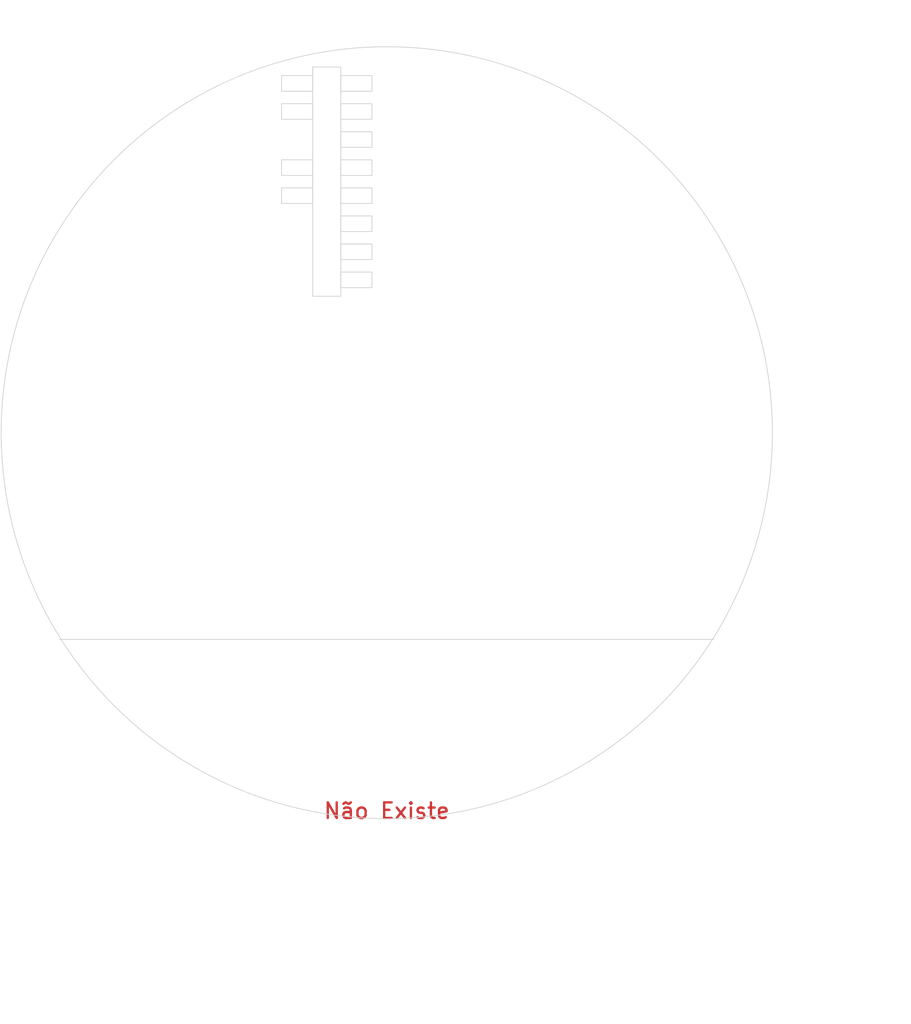
<source format=kicad_pcb>
(kicad_pcb (version 20171130) (host pcbnew "(5.1.5)-3")

  (general
    (thickness 1.6)
    (drawings 62)
    (tracks 0)
    (zones 0)
    (modules 0)
    (nets 1)
  )

  (page A4)
  (layers
    (0 F.Cu signal)
    (31 B.Cu signal)
    (32 B.Adhes user)
    (33 F.Adhes user)
    (34 B.Paste user)
    (35 F.Paste user)
    (36 B.SilkS user)
    (37 F.SilkS user)
    (38 B.Mask user)
    (39 F.Mask user)
    (40 Dwgs.User user)
    (41 Cmts.User user)
    (42 Eco1.User user)
    (43 Eco2.User user)
    (44 Edge.Cuts user)
    (45 Margin user)
    (46 B.CrtYd user)
    (47 F.CrtYd user)
    (48 B.Fab user)
    (49 F.Fab user)
  )

  (setup
    (last_trace_width 0.25)
    (trace_clearance 0.2)
    (zone_clearance 0.508)
    (zone_45_only no)
    (trace_min 0.2)
    (via_size 0.8)
    (via_drill 0.4)
    (via_min_size 0.4)
    (via_min_drill 0.3)
    (uvia_size 0.3)
    (uvia_drill 0.1)
    (uvias_allowed no)
    (uvia_min_size 0.2)
    (uvia_min_drill 0.1)
    (edge_width 0.05)
    (segment_width 0.2)
    (pcb_text_width 0.3)
    (pcb_text_size 1.5 1.5)
    (mod_edge_width 0.12)
    (mod_text_size 1 1)
    (mod_text_width 0.15)
    (pad_size 1.524 1.524)
    (pad_drill 0.762)
    (pad_to_mask_clearance 0.051)
    (solder_mask_min_width 0.25)
    (aux_axis_origin 0 0)
    (visible_elements 7FFFFFFF)
    (pcbplotparams
      (layerselection 0x010fc_ffffffff)
      (usegerberextensions false)
      (usegerberattributes false)
      (usegerberadvancedattributes false)
      (creategerberjobfile false)
      (excludeedgelayer true)
      (linewidth 0.100000)
      (plotframeref false)
      (viasonmask false)
      (mode 1)
      (useauxorigin false)
      (hpglpennumber 1)
      (hpglpenspeed 20)
      (hpglpendiameter 15.000000)
      (psnegative false)
      (psa4output false)
      (plotreference true)
      (plotvalue true)
      (plotinvisibletext false)
      (padsonsilk false)
      (subtractmaskfromsilk false)
      (outputformat 1)
      (mirror false)
      (drillshape 1)
      (scaleselection 1)
      (outputdirectory ""))
  )

  (net 0 "")

  (net_class Default "Esta é a classe de rede padrão."
    (clearance 0.2)
    (trace_width 0.25)
    (via_dia 0.8)
    (via_drill 0.4)
    (uvia_dia 0.3)
    (uvia_drill 0.1)
  )

  (dimension 38 (width 0.15) (layer Dwgs.User)
    (gr_text "38,000 mm" (at 111.3 62 270) (layer Dwgs.User)
      (effects (font (size 1 1) (thickness 0.15)))
    )
    (feature1 (pts (xy 79 81) (xy 110.586421 81)))
    (feature2 (pts (xy 79 43) (xy 110.586421 43)))
    (crossbar (pts (xy 110 43) (xy 110 81)))
    (arrow1a (pts (xy 110 81) (xy 109.413579 79.873496)))
    (arrow1b (pts (xy 110 81) (xy 110.586421 79.873496)))
    (arrow2a (pts (xy 110 43) (xy 109.413579 44.126504)))
    (arrow2b (pts (xy 110 43) (xy 110.586421 44.126504)))
  )
  (dimension 22 (width 0.15) (layer Dwgs.User)
    (gr_text "22,000 mm" (at 72.7 70 270) (layer Dwgs.User)
      (effects (font (size 1 1) (thickness 0.15)))
    )
    (feature1 (pts (xy 74 81) (xy 73.413579 81)))
    (feature2 (pts (xy 74 59) (xy 73.413579 59)))
    (crossbar (pts (xy 74 59) (xy 74 81)))
    (arrow1a (pts (xy 74 81) (xy 73.413579 79.873496)))
    (arrow1b (pts (xy 74 81) (xy 74.586421 79.873496)))
    (arrow2a (pts (xy 74 59) (xy 73.413579 60.126504)))
    (arrow2b (pts (xy 74 59) (xy 74.586421 60.126504)))
  )
  (gr_line (start 72.25 52.05) (end 74.25 52.05) (layer Edge.Cuts) (width 0.05) (tstamp 5E5FAEAD))
  (gr_line (start 74.25 53.05) (end 74.25 52.05) (layer Edge.Cuts) (width 0.05) (tstamp 5E5FAEAC))
  (gr_line (start 72.25 52.05) (end 72.25 53.05) (layer Edge.Cuts) (width 0.05) (tstamp 5E5FAEAB))
  (gr_line (start 72.25 53.05) (end 74.25 53.05) (layer Edge.Cuts) (width 0.05) (tstamp 5E5FAEAA))
  (gr_line (start 72.25 51.25) (end 74.25 51.25) (layer Edge.Cuts) (width 0.05) (tstamp 5E5FAEAD))
  (gr_line (start 74.25 51.25) (end 74.25 50.25) (layer Edge.Cuts) (width 0.05) (tstamp 5E5FAEAC))
  (gr_line (start 72.25 50.25) (end 72.25 51.25) (layer Edge.Cuts) (width 0.05) (tstamp 5E5FAEAB))
  (gr_line (start 72.25 50.25) (end 74.25 50.25) (layer Edge.Cuts) (width 0.05) (tstamp 5E5FAEAA))
  (gr_line (start 74.25 51.25) (end 74.25 52.05) (layer Edge.Cuts) (width 0.05))
  (gr_line (start 76.05 57.45) (end 78.05 57.45) (layer Edge.Cuts) (width 0.05) (tstamp 5E5FAEAD))
  (gr_line (start 78.05 58.45) (end 78.05 57.45) (layer Edge.Cuts) (width 0.05) (tstamp 5E5FAEAC))
  (gr_line (start 76.05 57.45) (end 76.05 58.45) (layer Edge.Cuts) (width 0.05) (tstamp 5E5FAEAB))
  (gr_line (start 76.05 58.45) (end 78.05 58.45) (layer Edge.Cuts) (width 0.05) (tstamp 5E5FAEAA))
  (gr_line (start 76.05 55.65) (end 78.05 55.65) (layer Edge.Cuts) (width 0.05) (tstamp 5E5FAEAD))
  (gr_line (start 78.05 56.65) (end 78.05 55.65) (layer Edge.Cuts) (width 0.05) (tstamp 5E5FAEAC))
  (gr_line (start 76.05 55.65) (end 76.05 56.65) (layer Edge.Cuts) (width 0.05) (tstamp 5E5FAEAB))
  (gr_line (start 76.05 56.65) (end 78.05 56.65) (layer Edge.Cuts) (width 0.05) (tstamp 5E5FAEAA))
  (gr_line (start 76.05 53.85) (end 78.05 53.85) (layer Edge.Cuts) (width 0.05) (tstamp 5E5FAEAD))
  (gr_line (start 78.05 54.85) (end 78.05 53.85) (layer Edge.Cuts) (width 0.05) (tstamp 5E5FAEAC))
  (gr_line (start 76.05 53.85) (end 76.05 54.85) (layer Edge.Cuts) (width 0.05) (tstamp 5E5FAEAB))
  (gr_line (start 76.05 54.85) (end 78.05 54.85) (layer Edge.Cuts) (width 0.05) (tstamp 5E5FAEAA))
  (gr_line (start 76.05 52.05) (end 78.05 52.05) (layer Edge.Cuts) (width 0.05) (tstamp 5E5FAEAD))
  (gr_line (start 78.05 53.05) (end 78.05 52.05) (layer Edge.Cuts) (width 0.05) (tstamp 5E5FAEAC))
  (gr_line (start 76.05 52.05) (end 76.05 53.05) (layer Edge.Cuts) (width 0.05) (tstamp 5E5FAEAB))
  (gr_line (start 76.05 53.05) (end 78.05 53.05) (layer Edge.Cuts) (width 0.05) (tstamp 5E5FAEAA))
  (gr_line (start 76.05 50.25) (end 78.05 50.25) (layer Edge.Cuts) (width 0.05) (tstamp 5E5FAEAD))
  (gr_line (start 78.05 51.25) (end 78.05 50.25) (layer Edge.Cuts) (width 0.05) (tstamp 5E5FAEAC))
  (gr_line (start 76.05 50.25) (end 76.05 51.25) (layer Edge.Cuts) (width 0.05) (tstamp 5E5FAEAB))
  (gr_line (start 76.05 51.25) (end 78.05 51.25) (layer Edge.Cuts) (width 0.05) (tstamp 5E5FAEAA))
  (gr_line (start 76.05 48.45) (end 78.05 48.45) (layer Edge.Cuts) (width 0.05) (tstamp 5E5FAEAD))
  (gr_line (start 78.05 49.45) (end 78.05 48.45) (layer Edge.Cuts) (width 0.05) (tstamp 5E5FAEAC))
  (gr_line (start 76.05 48.45) (end 76.05 49.45) (layer Edge.Cuts) (width 0.05) (tstamp 5E5FAEAB))
  (gr_line (start 76.05 49.45) (end 78.05 49.45) (layer Edge.Cuts) (width 0.05) (tstamp 5E5FAEAA))
  (gr_line (start 76.05 46.65) (end 78.05 46.65) (layer Edge.Cuts) (width 0.05) (tstamp 5E5FAEAD))
  (gr_line (start 78.05 47.65) (end 78.05 46.65) (layer Edge.Cuts) (width 0.05) (tstamp 5E5FAEAC))
  (gr_line (start 76.05 46.65) (end 76.05 47.65) (layer Edge.Cuts) (width 0.05) (tstamp 5E5FAEAB))
  (gr_line (start 76.05 47.65) (end 78.05 47.65) (layer Edge.Cuts) (width 0.05) (tstamp 5E5FAEAA))
  (gr_line (start 72.25 46.65) (end 74.25 46.65) (layer Edge.Cuts) (width 0.05) (tstamp 5E5FAEAD))
  (gr_line (start 74.25 47.65) (end 74.25 46.65) (layer Edge.Cuts) (width 0.05) (tstamp 5E5FAEAC))
  (gr_line (start 72.25 46.65) (end 72.25 47.65) (layer Edge.Cuts) (width 0.05) (tstamp 5E5FAEAB))
  (gr_line (start 72.25 47.65) (end 74.25 47.65) (layer Edge.Cuts) (width 0.05) (tstamp 5E5FAEAA))
  (gr_line (start 72.25 44.85) (end 74.25 44.85) (layer Edge.Cuts) (width 0.05) (tstamp 5E5FAEAD))
  (gr_line (start 74.25 45.85) (end 74.25 44.85) (layer Edge.Cuts) (width 0.05) (tstamp 5E5FAEAC))
  (gr_line (start 72.25 44.85) (end 72.25 45.85) (layer Edge.Cuts) (width 0.05) (tstamp 5E5FAEAB))
  (gr_line (start 72.25 45.85) (end 74.25 45.85) (layer Edge.Cuts) (width 0.05) (tstamp 5E5FAEAA))
  (gr_line (start 74.25 44.3) (end 74.25 44.85) (layer Edge.Cuts) (width 0.05))
  (gr_line (start 78.05 45.85) (end 78.05 44.85) (layer Edge.Cuts) (width 0.05) (tstamp 5E5FAD74))
  (gr_line (start 76.05 45.85) (end 78.05 45.85) (layer Edge.Cuts) (width 0.05))
  (gr_line (start 76.05 44.85) (end 76.05 45.85) (layer Edge.Cuts) (width 0.05))
  (gr_line (start 76.05 44.85) (end 78.05 44.85) (layer Edge.Cuts) (width 0.05))
  (dimension 49.5 (width 0.15) (layer Dwgs.User) (tstamp 5E5FA169)
    (gr_text "49,500 mm" (at 79 97.3) (layer Dwgs.User) (tstamp 5E5FA873)
      (effects (font (size 1 1) (thickness 0.15)))
    )
    (feature1 (pts (xy 103.75 67.75) (xy 103.75 96.586421)))
    (feature2 (pts (xy 54.25 67.75) (xy 54.25 96.586421)))
    (crossbar (pts (xy 54.25 96) (xy 103.75 96)))
    (arrow1a (pts (xy 103.75 96) (xy 102.623496 96.586421)))
    (arrow1b (pts (xy 103.75 96) (xy 102.623496 95.413579)))
    (arrow2a (pts (xy 54.25 96) (xy 55.376504 96.586421)))
    (arrow2b (pts (xy 54.25 96) (xy 55.376504 95.413579)))
  )
  (dimension 1.8 (width 0.15) (layer Dwgs.User)
    (gr_text "1,800 mm" (at 75.15 40.7) (layer Dwgs.User)
      (effects (font (size 1 1) (thickness 0.15)))
    )
    (feature1 (pts (xy 76.05 44.3) (xy 76.05 41.413579)))
    (feature2 (pts (xy 74.25 44.3) (xy 74.25 41.413579)))
    (crossbar (pts (xy 74.25 42) (xy 76.05 42)))
    (arrow1a (pts (xy 76.05 42) (xy 74.923496 42.586421)))
    (arrow1b (pts (xy 76.05 42) (xy 74.923496 41.413579)))
    (arrow2a (pts (xy 74.25 42) (xy 75.376504 42.586421)))
    (arrow2b (pts (xy 74.25 42) (xy 75.376504 41.413579)))
  )
  (gr_text "Não Existe" (at 79 92) (layer F.Cu)
    (effects (font (size 1 1) (thickness 0.15)))
  )
  (dimension 42 (width 0.15) (layer Dwgs.User) (tstamp 5E5FA163)
    (gr_text "42,000 mm" (at 79 106.3) (layer Dwgs.User) (tstamp 5E5FA163)
      (effects (font (size 1 1) (thickness 0.15)))
    )
    (feature1 (pts (xy 100 81) (xy 100 105.586421)))
    (feature2 (pts (xy 58 81) (xy 58 105.586421)))
    (crossbar (pts (xy 58 105) (xy 100 105)))
    (arrow1a (pts (xy 100 105) (xy 98.873496 105.586421)))
    (arrow1b (pts (xy 100 105) (xy 98.873496 104.413579)))
    (arrow2a (pts (xy 58 105) (xy 59.126504 105.586421)))
    (arrow2b (pts (xy 58 105) (xy 59.126504 104.413579)))
  )
  (gr_line (start 74.25 59) (end 76.05 59) (layer Edge.Cuts) (width 0.05))
  (gr_line (start 76.05 44.3) (end 76.05 59) (layer Edge.Cuts) (width 0.05) (tstamp 5E5F9F3C))
  (gr_line (start 74.25 44.3) (end 76.05 44.3) (layer Edge.Cuts) (width 0.05) (tstamp 5E5F9F20))
  (gr_line (start 74.25 44.3) (end 74.25 59) (layer Edge.Cuts) (width 0.05))
  (gr_line (start 58 81) (end 100 81) (layer Edge.Cuts) (width 0.05) (tstamp 5E5FA16E))
  (gr_circle (center 79 67.75) (end 79 43) (layer Edge.Cuts) (width 0.05) (tstamp 5E5F9B0D))

)

</source>
